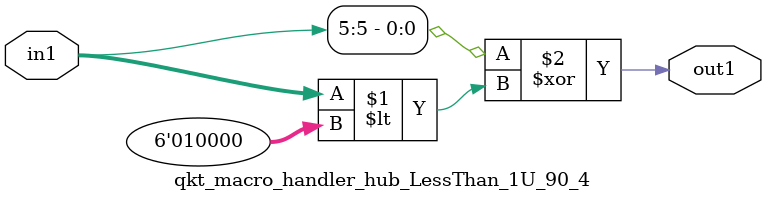
<source format=v>

`timescale 1ps / 1ps


module qkt_macro_handler_hub_LessThan_1U_90_4( in1, out1 );

    input [5:0] in1;
    output out1;

    
    // rtl_process:qkt_macro_handler_hub_LessThan_1U_90_4/qkt_macro_handler_hub_LessThan_1U_90_4_thread_1
    assign out1 = (in1[5] ^ in1 < 6'd16);

endmodule


</source>
